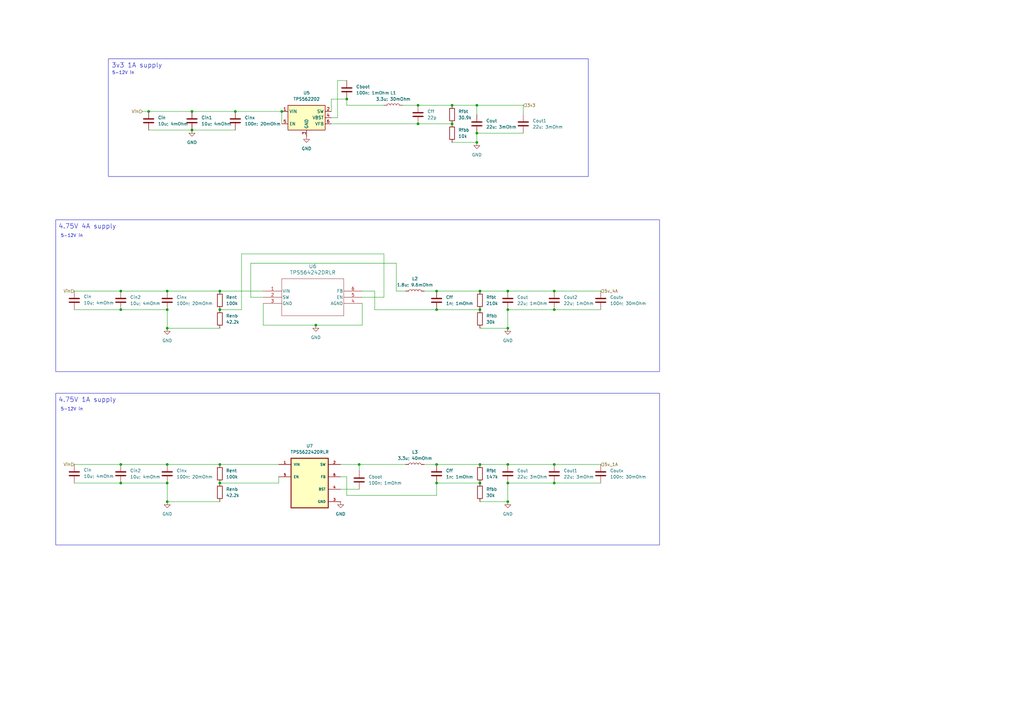
<source format=kicad_sch>
(kicad_sch (version 20250114) (generator "eeschema") (generator_version "9.0")
  (paper "A3")
  (lib_symbols
    (symbol "Device:C" (pin_numbers (hide yes)) (pin_names (offset 0.254))
      (property "Reference" "C" (at 0.635 2.54 0))
      (property "Value" "C" (at 0.635 -2.54 0))
      (symbol "C_0_1"
        (polyline (pts (xy -2.032 0.762) (xy 2.032 0.762)) (stroke (width 0.508)))
        (polyline (pts (xy -2.032 -0.762) (xy 2.032 -0.762)) (stroke (width 0.508)))
      )
      (symbol "C_1_1"
        (pin passive line (at 0 3.81 270) (length 2.794) (name "~") (number "1"))
        (pin passive line (at 0 -3.81 90) (length 2.794) (name "~") (number "2"))
      )
    )
    (symbol "Device:L" (pin_numbers (hide yes)) (pin_names (offset 1.016) (hide yes))
      (property "Reference" "L" (at -1.27 0 90))
      (property "Value" "L" (at 1.905 0 90))
      (symbol "L_0_1"
        (arc (start 0 2.54) (mid 0.6323 1.905) (end 0 1.27))
        (arc (start 0 1.27) (mid 0.6323 0.635) (end 0 0))
        (arc (start 0 0) (mid 0.6323 -0.635) (end 0 -1.27))
        (arc (start 0 -1.27) (mid 0.6323 -1.905) (end 0 -2.54))
      )
      (symbol "L_1_1"
        (pin passive line (at 0 3.81 270) (length 1.27) (name "1") (number "1"))
        (pin passive line (at 0 -3.81 90) (length 1.27) (name "2") (number "2"))
      )
    )
    (symbol "Device:R" (pin_numbers (hide yes)) (pin_names (offset 0))
      (property "Reference" "R" (at 2.032 0 90))
      (property "Value" "R" (at 0 0 90))
      (symbol "R_0_1"
        (rectangle (start -1.016 -2.54) (end 1.016 2.54) (stroke (width 0.254)))
      )
      (symbol "R_1_1"
        (pin passive line (at 0 3.81 270) (length 1.27) (name "~") (number "1"))
        (pin passive line (at 0 -3.81 90) (length 1.27) (name "~") (number "2"))
      )
    )
    (symbol "Regulator_Switching:TPS562202"
      (property "Reference" "U" (at -7.62 6.35 0))
      (property "Value" "TPS562202" (at -2.54 6.35 0))
      (symbol "TPS562202_0_1"
        (rectangle (start -7.62 5.08) (end 7.62 -5.08) (stroke (width 0.254)) (fill (type background)))
      )
      (symbol "TPS562202_1_1"
        (pin power_in line (at -10.16 2.54 0) (length 2.54) (name "VIN") (number "1"))
        (pin input line (at -10.16 -2.54 0) (length 2.54) (name "EN") (number "5"))
        (pin power_in line (at 0 -7.62 90) (length 2.54) (name "GND") (number "3"))
        (pin output line (at 10.16 2.54 180) (length 2.54) (name "SW") (number "2"))
        (pin passive line (at 10.16 0 180) (length 2.54) (name "VBST") (number "4"))
        (pin input line (at 10.16 -2.54 180) (length 2.54) (name "VFB") (number "6"))
      )
    )
    (symbol "TPS562242DRLR:TPS562242DRLR" (pin_names (offset 1.016))
      (property "Reference" "U" (at -7.62 11.16 0))
      (property "Value" "TPS562242DRLR" (at -7.62 -14.16 0))
      (symbol "TPS562242DRLR_0_0"
        (rectangle (start -7.62 -10.16) (end 7.62 10.16) (stroke (width 0.41)) (fill (type background)))
        (pin power_in line (at -12.7 7.62 0) (length 5.08) (name "VIN") (number "1"))
        (pin input line (at -12.7 2.54 0) (length 5.08) (name "EN") (number "5"))
        (pin power_in line (at 12.7 7.62 180) (length 5.08) (name "SW") (number "2"))
        (pin passive line (at 12.7 2.54 180) (length 5.08) (name "FB") (number "6"))
        (pin passive line (at 12.7 -2.54 180) (length 5.08) (name "BST") (number "4"))
        (pin power_in line (at 12.7 -7.62 180) (length 5.08) (name "GND") (number "3"))
      )
    )
    (symbol "TPS564242DRLR:TPS564242DRLR" (pin_names (offset 0.254))
      (property "Reference" "U" (at 20.32 10.16 0))
      (property "Value" "TPS564242DRLR" (at 20.32 7.62 0))
      (symbol "TPS564242DRLR_0_1"
        (polyline (pts (xy 7.62 5.08) (xy 7.62 -10.16)) (stroke (width 0.127)))
        (polyline (pts (xy 7.62 -10.16) (xy 33.02 -10.16)) (stroke (width 0.127)))
        (polyline (pts (xy 33.02 5.08) (xy 7.62 5.08)) (stroke (width 0.127)))
        (polyline (pts (xy 33.02 -10.16) (xy 33.02 5.08)) (stroke (width 0.127)))
        (pin power_in line (at 0 0 0) (length 7.62) (name "VIN") (number "1"))
        (pin output line (at 0 -2.54 0) (length 7.62) (name "SW") (number "2"))
        (pin power_out line (at 0 -5.08 0) (length 7.62) (name "GND") (number "3"))
        (pin input line (at 40.64 0 180) (length 7.62) (name "FB") (number "6"))
        (pin input line (at 40.64 -2.54 180) (length 7.62) (name "EN") (number "5"))
        (pin power_out line (at 40.64 -5.08 180) (length 7.62) (name "AGND") (number "4"))
      )
    )
    (symbol "power:GND" (power) (pin_numbers (hide yes)) (pin_names (offset 0) (hide yes))
      (property "Value" "GND" (at 0 -3.81 0))
      (symbol "GND_0_1"
        (polyline (pts (xy 0 0) (xy 0 -1.27) (xy 1.27 -1.27) (xy 0 -2.54) (xy -1.27 -1.27) (xy 0 -1.27)))
      )
      (symbol "GND_1_1"
        (pin power_in line (at 0 0 270) (length 0) (name "~") (number "1"))
      )
    )
  )
  (rectangle (start 22.86 90.17) (end 270.51 152.4))
  (rectangle (start 44.45 24.13) (end 241.3 72.39))
  (rectangle (start 22.86 161.29) (end 270.51 223.52))
  (text "5-12V in" (at 50.546 29.972 0) (effects (font (size 1.27 1.27))))
  (text "5-12V in" (at 29.464 167.894 0) (effects (font (size 1.27 1.27))))
  (text "4.75V 4A supply\n" (at 35.814 92.964 0) (effects (font (size 1.905 1.905))))
  (text "4.75V 1A supply\n" (at 35.814 164.084 0) (effects (font (size 1.905 1.905))))
  (text "3v3 1A supply" (at 56.134 26.924 0) (effects (font (size 1.905 1.905))))
  (text "5-12V in" (at 29.464 96.774 0) (effects (font (size 1.27 1.27))))
  (junction (at 208.28 127))
  (junction (at 195.58 54.61))
  (junction (at 78.74 53.34))
  (junction (at 68.58 205.74))
  (junction (at 208.28 119.38))
  (junction (at 49.53 198.12))
  (junction (at 195.58 58.42))
  (junction (at 96.52 45.72))
  (junction (at 115.57 45.72))
  (junction (at 78.74 45.72))
  (junction (at 90.17 127))
  (junction (at 227.33 198.12))
  (junction (at 227.33 119.38))
  (junction (at 68.58 190.5))
  (junction (at 196.85 198.12))
  (junction (at 90.17 190.5))
  (junction (at 49.53 119.38))
  (junction (at 171.45 43.18))
  (junction (at 185.42 50.8))
  (junction (at 68.58 127))
  (junction (at 68.58 119.38))
  (junction (at 227.33 127))
  (junction (at 90.17 119.38))
  (junction (at 49.53 190.5))
  (junction (at 171.45 50.8))
  (junction (at 142.24 40.64))
  (junction (at 208.28 134.62))
  (junction (at 68.58 198.12))
  (junction (at 227.33 190.5))
  (junction (at 179.07 198.12))
  (junction (at 196.85 127))
  (junction (at 129.54 133.35))
  (junction (at 90.17 198.12))
  (junction (at 68.58 134.62))
  (junction (at 185.42 43.18))
  (junction (at 208.28 205.74))
  (junction (at 196.85 190.5))
  (junction (at 60.96 45.72))
  (junction (at 179.07 119.38))
  (junction (at 208.28 190.5))
  (junction (at 179.07 127))
  (junction (at 195.58 43.18))
  (junction (at 208.28 198.12))
  (junction (at 147.32 190.5))
  (junction (at 49.53 127))
  (junction (at 179.07 190.5))
  (junction (at 196.85 119.38))
  (wire (pts (xy 139.7 190.5) (xy 147.32 190.5)))
  (wire (pts (xy 196.85 134.62) (xy 208.28 134.62)))
  (wire (pts (xy 153.67 127) (xy 179.07 127)))
  (wire (pts (xy 195.58 46.99) (xy 195.58 43.18)))
  (wire (pts (xy 58.42 45.72) (xy 60.96 45.72)))
  (wire (pts (xy 49.53 119.38) (xy 68.58 119.38)))
  (wire (pts (xy 179.07 119.38) (xy 196.85 119.38)))
  (wire (pts (xy 171.45 50.8) (xy 185.42 50.8)))
  (wire (pts (xy 148.59 119.38) (xy 153.67 119.38)))
  (wire (pts (xy 68.58 134.62) (xy 68.58 127)))
  (wire (pts (xy 115.57 45.72) (xy 115.57 50.8)))
  (wire (pts (xy 227.33 127) (xy 246.38 127)))
  (wire (pts (xy 157.48 121.92) (xy 157.48 104.14)))
  (wire (pts (xy 90.17 205.74) (xy 68.58 205.74)))
  (wire (pts (xy 68.58 190.5) (xy 90.17 190.5)))
  (wire (pts (xy 227.33 190.5) (xy 246.38 190.5)))
  (wire (pts (xy 196.85 205.74) (xy 208.28 205.74)))
  (wire (pts (xy 60.96 53.34) (xy 78.74 53.34)))
  (wire (pts (xy 227.33 119.38) (xy 246.38 119.38)))
  (wire (pts (xy 195.58 54.61) (xy 195.58 58.42)))
  (wire (pts (xy 30.48 127) (xy 49.53 127)))
  (wire (pts (xy 102.87 107.95) (xy 162.56 107.95)))
  (wire (pts (xy 135.89 45.72) (xy 135.89 40.64)))
  (wire (pts (xy 173.99 190.5) (xy 179.07 190.5)))
  (wire (pts (xy 208.28 119.38) (xy 227.33 119.38)))
  (wire (pts (xy 208.28 190.5) (xy 227.33 190.5)))
  (wire (pts (xy 129.54 133.35) (xy 148.59 133.35)))
  (wire (pts (xy 30.48 190.5) (xy 49.53 190.5)))
  (wire (pts (xy 135.89 48.26) (xy 138.43 48.26)))
  (wire (pts (xy 179.07 190.5) (xy 196.85 190.5)))
  (wire (pts (xy 195.58 54.61) (xy 214.63 54.61)))
  (wire (pts (xy 196.85 190.5) (xy 208.28 190.5)))
  (wire (pts (xy 107.95 124.46) (xy 107.95 133.35)))
  (wire (pts (xy 30.48 119.38) (xy 49.53 119.38)))
  (wire (pts (xy 185.42 58.42) (xy 195.58 58.42)))
  (wire (pts (xy 107.95 133.35) (xy 129.54 133.35)))
  (wire (pts (xy 142.24 40.64) (xy 142.24 43.18)))
  (wire (pts (xy 148.59 121.92) (xy 157.48 121.92)))
  (wire (pts (xy 90.17 134.62) (xy 68.58 134.62)))
  (wire (pts (xy 171.45 43.18) (xy 185.42 43.18)))
  (wire (pts (xy 195.58 43.18) (xy 214.63 43.18)))
  (wire (pts (xy 90.17 119.38) (xy 107.95 119.38)))
  (wire (pts (xy 78.74 45.72) (xy 96.52 45.72)))
  (wire (pts (xy 114.3 198.12) (xy 114.3 195.58)))
  (wire (pts (xy 179.07 127) (xy 196.85 127)))
  (wire (pts (xy 147.32 190.5) (xy 147.32 193.04)))
  (wire (pts (xy 142.24 195.58) (xy 142.24 203.2)))
  (wire (pts (xy 96.52 45.72) (xy 115.57 45.72)))
  (wire (pts (xy 157.48 43.18) (xy 142.24 43.18)))
  (wire (pts (xy 208.28 205.74) (xy 208.28 198.12)))
  (wire (pts (xy 185.42 43.18) (xy 195.58 43.18)))
  (wire (pts (xy 135.89 40.64) (xy 142.24 40.64)))
  (wire (pts (xy 99.06 127) (xy 90.17 127)))
  (wire (pts (xy 179.07 203.2) (xy 179.07 198.12)))
  (wire (pts (xy 214.63 46.99) (xy 214.63 43.18)))
  (wire (pts (xy 139.7 200.66) (xy 147.32 200.66)))
  (wire (pts (xy 49.53 127) (xy 68.58 127)))
  (wire (pts (xy 135.89 50.8) (xy 171.45 50.8)))
  (wire (pts (xy 138.43 33.02) (xy 142.24 33.02)))
  (wire (pts (xy 165.1 43.18) (xy 171.45 43.18)))
  (wire (pts (xy 49.53 198.12) (xy 68.58 198.12)))
  (wire (pts (xy 162.56 107.95) (xy 162.56 119.38)))
  (wire (pts (xy 102.87 121.92) (xy 102.87 107.95)))
  (wire (pts (xy 147.32 190.5) (xy 166.37 190.5)))
  (wire (pts (xy 138.43 48.26) (xy 138.43 33.02)))
  (wire (pts (xy 208.28 127) (xy 227.33 127)))
  (wire (pts (xy 157.48 104.14) (xy 99.06 104.14)))
  (wire (pts (xy 60.96 45.72) (xy 78.74 45.72)))
  (wire (pts (xy 208.28 198.12) (xy 227.33 198.12)))
  (wire (pts (xy 196.85 119.38) (xy 208.28 119.38)))
  (wire (pts (xy 148.59 133.35) (xy 148.59 124.46)))
  (wire (pts (xy 49.53 190.5) (xy 68.58 190.5)))
  (wire (pts (xy 78.74 53.34) (xy 96.52 53.34)))
  (wire (pts (xy 153.67 119.38) (xy 153.67 127)))
  (wire (pts (xy 99.06 104.14) (xy 99.06 127)))
  (wire (pts (xy 179.07 198.12) (xy 196.85 198.12)))
  (wire (pts (xy 107.95 121.92) (xy 102.87 121.92)))
  (wire (pts (xy 90.17 190.5) (xy 114.3 190.5)))
  (wire (pts (xy 142.24 203.2) (xy 179.07 203.2)))
  (wire (pts (xy 139.7 195.58) (xy 142.24 195.58)))
  (wire (pts (xy 68.58 205.74) (xy 68.58 198.12)))
  (wire (pts (xy 173.99 119.38) (xy 179.07 119.38)))
  (wire (pts (xy 68.58 119.38) (xy 90.17 119.38)))
  (wire (pts (xy 162.56 119.38) (xy 166.37 119.38)))
  (wire (pts (xy 208.28 134.62) (xy 208.28 127)))
  (wire (pts (xy 90.17 198.12) (xy 114.3 198.12)))
  (wire (pts (xy 227.33 198.12) (xy 246.38 198.12)))
  (wire (pts (xy 30.48 198.12) (xy 49.53 198.12)))
  (hierarchical_label "5v_4A" (shape input) (at 246.38 119.38 0))
  (hierarchical_label "Vin" (shape input) (at 58.42 45.72 180))
  (hierarchical_label "Vin" (shape input) (at 30.48 119.38 180))
  (hierarchical_label "5v_1A" (shape input) (at 246.38 190.5 0))
  (hierarchical_label "3v3" (shape input) (at 214.63 43.18 0))
  (hierarchical_label "Vin" (shape input) (at 30.48 190.5 180))
  (symbol (lib_id "Device:C") (at 208.28 123.19 0) (unit 1)
    (property "Reference" "Cout" (at 212.09 121.9199 0) (effects (justify left)))
    (property "Value" "22u; 1mOhm" (at 212.09 124.4599 0) (effects (justify left)))
    (property "Description" "Unpolarized capacitor" (effects (hide yes)))
  )
  (symbol (lib_id "Device:C") (at 68.58 123.19 0) (unit 1)
    (property "Reference" "Cinx" (at 72.39 121.9199 0) (effects (justify left)))
    (property "Value" "100n; 20mOhm" (at 72.39 124.4599 0) (effects (justify left)))
    (property "Description" "Unpolarized capacitor" (effects (hide yes)))
  )
  (symbol (lib_id "Device:C") (at 30.48 194.31 0) (unit 1)
    (property "Reference" "Cin" (at 34.29 192.786 0) (effects (justify left)))
    (property "Value" "10u; 4mOhm" (at 34.29 195.326 0) (effects (justify left)))
    (property "Description" "Unpolarized capacitor" (effects (hide yes)))
  )
  (symbol (lib_id "Device:C") (at 227.33 123.19 0) (unit 1)
    (property "Reference" "Cout2" (at 231.14 121.9199 0) (effects (justify left)))
    (property "Value" "22u; 1mOhm" (at 231.14 124.4599 0) (effects (justify left)))
    (property "Description" "Unpolarized capacitor" (effects (hide yes)))
  )
  (symbol (lib_id "Device:L") (at 170.18 190.5 90) (unit 1)
    (property "Reference" "L3" (at 170.18 185.42 90))
    (property "Value" "3.3u; 40mOhm" (at 170.18 187.96 90))
    (property "Description" "Inductor" (effects (hide yes)))
  )
  (symbol (lib_id "power:GND") (at 195.58 58.42 0) (unit 1)
    (property "Reference" "#PWR03" (effects (hide yes)))
    (property "Value" "GND" (at 195.58 63.5 0))
    (property "Description" "Power symbol creates a global label with name \"GND\" , ground" (effects (hide yes)))
  )
  (symbol (lib_id "power:GND") (at 68.58 134.62 0) (unit 1)
    (property "Reference" "#PWR010" (effects (hide yes)))
    (property "Value" "GND" (at 68.58 139.7 0))
    (property "Description" "Power symbol creates a global label with name \"GND\" , ground" (effects (hide yes)))
  )
  (symbol (lib_id "Device:C") (at 179.07 194.31 0) (unit 1)
    (property "Reference" "Cff" (at 182.88 193.0399 0) (effects (justify left)))
    (property "Value" "1n; 1mOhm" (at 182.88 195.5799 0) (effects (justify left)))
    (property "Description" "Unpolarized capacitor" (effects (hide yes)))
  )
  (symbol (lib_id "Device:C") (at 171.45 46.99 0) (unit 1)
    (property "Reference" "Cff" (at 175.26 45.7199 0) (effects (justify left)))
    (property "Value" "22p" (at 175.26 48.2599 0) (effects (justify left)))
    (property "Description" "Unpolarized capacitor" (effects (hide yes)))
  )
  (symbol (lib_id "Device:C") (at 68.58 194.31 0) (unit 1)
    (property "Reference" "Cinx" (at 72.39 193.0399 0) (effects (justify left)))
    (property "Value" "100n; 20mOhm" (at 72.39 195.5799 0) (effects (justify left)))
    (property "Description" "Unpolarized capacitor" (effects (hide yes)))
  )
  (symbol (lib_id "Device:R") (at 90.17 123.19 0) (unit 1)
    (property "Reference" "Rent" (at 92.71 121.9199 0) (effects (justify left)))
    (property "Value" "100k" (at 92.71 124.4599 0) (effects (justify left)))
    (property "Description" "Resistor" (effects (hide yes)))
  )
  (symbol (lib_id "power:GND") (at 139.7 205.74 0) (unit 1)
    (property "Reference" "#PWR06" (effects (hide yes)))
    (property "Value" "GND" (at 139.7 210.82 0))
    (property "Description" "Power symbol creates a global label with name \"GND\" , ground" (effects (hide yes)))
  )
  (symbol (lib_id "Device:C") (at 195.58 50.8 0) (unit 1)
    (property "Reference" "Cout" (at 199.39 49.5299 0) (effects (justify left)))
    (property "Value" "22u; 3mOhm" (at 199.39 52.0699 0) (effects (justify left)))
    (property "Description" "Unpolarized capacitor" (effects (hide yes)))
  )
  (symbol (lib_id "Device:C") (at 30.48 123.19 0) (unit 1)
    (property "Reference" "Cin" (at 34.29 121.666 0) (effects (justify left)))
    (property "Value" "10u; 4mOhm" (at 34.29 124.206 0) (effects (justify left)))
    (property "Description" "Unpolarized capacitor" (effects (hide yes)))
  )
  (symbol (lib_id "power:GND") (at 208.28 134.62 0) (unit 1)
    (property "Reference" "#PWR09" (effects (hide yes)))
    (property "Value" "GND" (at 208.28 139.7 0))
    (property "Description" "Power symbol creates a global label with name \"GND\" , ground" (effects (hide yes)))
  )
  (symbol (lib_id "Device:R") (at 196.85 201.93 0) (unit 1)
    (property "Reference" "Rfbb" (at 199.39 200.6599 0) (effects (justify left)))
    (property "Value" "30k" (at 199.39 203.1999 0) (effects (justify left)))
    (property "Description" "Resistor" (effects (hide yes)))
  )
  (symbol (lib_id "Device:R") (at 90.17 201.93 0) (unit 1)
    (property "Reference" "Renb" (at 92.71 200.6599 0) (effects (justify left)))
    (property "Value" "42.2k" (at 92.71 203.1999 0) (effects (justify left)))
    (property "Description" "Resistor" (effects (hide yes)))
  )
  (symbol (lib_id "Device:C") (at 142.24 36.83 0) (unit 1)
    (property "Reference" "Cboot" (at 146.05 35.5599 0) (effects (justify left)))
    (property "Value" "100n; 1mOhm" (at 146.05 38.0999 0) (effects (justify left)))
    (property "Description" "Unpolarized capacitor" (effects (hide yes)))
  )
  (symbol (lib_id "Device:C") (at 49.53 194.31 0) (unit 1)
    (property "Reference" "Cin2" (at 53.34 193.0399 0) (effects (justify left)))
    (property "Value" "10u; 4mOhm" (at 53.34 195.5799 0) (effects (justify left)))
    (property "Description" "Unpolarized capacitor" (effects (hide yes)))
  )
  (symbol (lib_id "Device:R") (at 196.85 123.19 0) (unit 1)
    (property "Reference" "Rfbt" (at 199.39 121.9199 0) (effects (justify left)))
    (property "Value" "210k" (at 199.39 124.4599 0) (effects (justify left)))
    (property "Description" "Resistor" (effects (hide yes)))
  )
  (symbol (lib_id "Device:L") (at 161.29 43.18 90) (unit 1)
    (property "Reference" "L1" (at 161.29 38.1 90))
    (property "Value" "3.3u; 30mOhm" (at 161.29 40.64 90))
    (property "Description" "Inductor" (effects (hide yes)))
  )
  (symbol (lib_id "TPS564242DRLR:TPS564242DRLR") (at 107.95 119.38 0) (unit 1)
    (property "Reference" "U6" (at 128.27 109.22 0) (effects (font (size 1.524 1.524))))
    (property "Value" "TPS564242DRLR" (at 128.27 111.76 0) (effects (font (size 1.524 1.524))))
    (property "Footprint" "TPS564242DRLR_TEX" (effects (hide yes)))
    (property "Datasheet" "TPS564242DRLR" (effects (hide yes)))
  )
  (symbol (lib_id "Device:C") (at 227.33 194.31 0) (unit 1)
    (property "Reference" "Cout1" (at 231.14 193.0399 0) (effects (justify left)))
    (property "Value" "22u; 3mOhm" (at 231.14 195.5799 0) (effects (justify left)))
    (property "Description" "Unpolarized capacitor" (effects (hide yes)))
  )
  (symbol (lib_id "Device:C") (at 179.07 123.19 0) (unit 1)
    (property "Reference" "Cff" (at 182.88 121.9199 0) (effects (justify left)))
    (property "Value" "1n; 1mOhm" (at 182.88 124.4599 0) (effects (justify left)))
    (property "Description" "Unpolarized capacitor" (effects (hide yes)))
  )
  (symbol (lib_id "Device:R") (at 90.17 194.31 0) (unit 1)
    (property "Reference" "Rent" (at 92.71 193.0399 0) (effects (justify left)))
    (property "Value" "100k" (at 92.71 195.5799 0) (effects (justify left)))
    (property "Description" "Resistor" (effects (hide yes)))
  )
  (symbol (lib_id "Device:C") (at 246.38 123.19 0) (unit 1)
    (property "Reference" "Coutx" (at 250.19 121.9199 0) (effects (justify left)))
    (property "Value" "100n; 30mOhm" (at 250.19 124.4599 0) (effects (justify left)))
    (property "Description" "Unpolarized capacitor" (effects (hide yes)))
  )
  (symbol (lib_id "Device:C") (at 60.96 49.53 0) (unit 1)
    (property "Reference" "Cin" (at 64.77 48.2599 0) (effects (justify left)))
    (property "Value" "10u; 4mOhm" (at 64.77 50.7999 0) (effects (justify left)))
    (property "Description" "Unpolarized capacitor" (effects (hide yes)))
  )
  (symbol (lib_id "power:GND") (at 208.28 205.74 0) (unit 1)
    (property "Reference" "#PWR08" (effects (hide yes)))
    (property "Value" "GND" (at 208.28 210.82 0))
    (property "Description" "Power symbol creates a global label with name \"GND\" , ground" (effects (hide yes)))
  )
  (symbol (lib_id "Device:L") (at 170.18 119.38 90) (unit 1)
    (property "Reference" "L2" (at 170.18 114.3 90))
    (property "Value" "1.8u; 9.6mOhm" (at 170.18 116.84 90))
    (property "Description" "Inductor" (effects (hide yes)))
  )
  (symbol (lib_id "Device:C") (at 208.28 194.31 0) (unit 1)
    (property "Reference" "Cout" (at 212.09 193.0399 0) (effects (justify left)))
    (property "Value" "22u; 3mOhm" (at 212.09 195.5799 0) (effects (justify left)))
    (property "Description" "Unpolarized capacitor" (effects (hide yes)))
  )
  (symbol (lib_id "Device:R") (at 90.17 130.81 0) (unit 1)
    (property "Reference" "Renb" (at 92.71 129.5399 0) (effects (justify left)))
    (property "Value" "42.2k" (at 92.71 132.0799 0) (effects (justify left)))
    (property "Description" "Resistor" (effects (hide yes)))
  )
  (symbol (lib_id "power:GND") (at 125.73 55.88 0) (unit 1)
    (property "Reference" "#PWR02" (effects (hide yes)))
    (property "Value" "GND" (at 125.73 60.96 0))
    (property "Description" "Power symbol creates a global label with name \"GND\" , ground" (effects (hide yes)))
  )
  (symbol (lib_id "Device:C") (at 246.38 194.31 0) (unit 1)
    (property "Reference" "Coutx" (at 250.19 193.0399 0) (effects (justify left)))
    (property "Value" "100n; 30mOhm" (at 250.19 195.5799 0) (effects (justify left)))
    (property "Description" "Unpolarized capacitor" (effects (hide yes)))
  )
  (symbol (lib_id "Device:C") (at 147.32 196.85 0) (unit 1)
    (property "Reference" "Cboot" (at 151.13 195.5799 0) (effects (justify left)))
    (property "Value" "100n; 1mOhm" (at 151.13 198.1199 0) (effects (justify left)))
    (property "Description" "Unpolarized capacitor" (effects (hide yes)))
  )
  (symbol (lib_id "Device:R") (at 196.85 194.31 0) (unit 1)
    (property "Reference" "Rfbt" (at 199.39 193.0399 0) (effects (justify left)))
    (property "Value" "147k" (at 199.39 195.5799 0) (effects (justify left)))
    (property "Description" "Resistor" (effects (hide yes)))
  )
  (symbol (lib_id "power:GND") (at 129.54 133.35 0) (unit 1)
    (property "Reference" "#PWR04" (effects (hide yes)))
    (property "Value" "GND" (at 129.54 138.43 0))
    (property "Description" "Power symbol creates a global label with name \"GND\" , ground" (effects (hide yes)))
  )
  (symbol (lib_id "Device:C") (at 214.63 50.8 0) (unit 1)
    (property "Reference" "Cout1" (at 218.44 49.5299 0) (effects (justify left)))
    (property "Value" "22u; 3mOhm" (at 218.44 52.0699 0) (effects (justify left)))
    (property "Description" "Unpolarized capacitor" (effects (hide yes)))
  )
  (symbol (lib_id "power:GND") (at 78.74 53.34 0) (unit 1)
    (property "Reference" "#PWR01" (effects (hide yes)))
    (property "Value" "GND" (at 78.74 58.42 0))
    (property "Description" "Power symbol creates a global label with name \"GND\" , ground" (effects (hide yes)))
  )
  (symbol (lib_id "power:GND") (at 68.58 205.74 0) (unit 1)
    (property "Reference" "#PWR07" (effects (hide yes)))
    (property "Value" "GND" (at 68.58 210.82 0))
    (property "Description" "Power symbol creates a global label with name \"GND\" , ground" (effects (hide yes)))
  )
  (symbol (lib_id "Device:R") (at 196.85 130.81 0) (unit 1)
    (property "Reference" "Rfbb" (at 199.39 129.5399 0) (effects (justify left)))
    (property "Value" "30k" (at 199.39 132.0799 0) (effects (justify left)))
    (property "Description" "Resistor" (effects (hide yes)))
  )
  (symbol (lib_id "Device:C") (at 96.52 49.53 0) (unit 1)
    (property "Reference" "Cinx" (at 100.33 48.2599 0) (effects (justify left)))
    (property "Value" "100n; 20mOhm" (at 100.33 50.7999 0) (effects (justify left)))
    (property "Description" "Unpolarized capacitor" (effects (hide yes)))
  )
  (symbol (lib_id "Device:R") (at 185.42 54.61 0) (unit 1)
    (property "Reference" "Rfbb" (at 187.96 53.3399 0) (effects (justify left)))
    (property "Value" "10k" (at 187.96 55.8799 0) (effects (justify left)))
    (property "Description" "Resistor" (effects (hide yes)))
  )
  (symbol (lib_id "Device:R") (at 185.42 46.99 0) (unit 1)
    (property "Reference" "Rfbt" (at 187.96 45.7199 0) (effects (justify left)))
    (property "Value" "30.9k" (at 187.96 48.2599 0) (effects (justify left)))
    (property "Description" "Resistor" (effects (hide yes)))
  )
  (symbol (lib_id "Device:C") (at 78.74 49.53 0) (unit 1)
    (property "Reference" "Cin1" (at 82.55 48.2599 0) (effects (justify left)))
    (property "Value" "10u; 4mOhm" (at 82.55 50.7999 0) (effects (justify left)))
    (property "Description" "Unpolarized capacitor" (effects (hide yes)))
  )
  (symbol (lib_id "Device:C") (at 49.53 123.19 0) (unit 1)
    (property "Reference" "Cin2" (at 53.34 121.9199 0) (effects (justify left)))
    (property "Value" "10u; 4mOhm" (at 53.34 124.4599 0) (effects (justify left)))
    (property "Description" "Unpolarized capacitor" (effects (hide yes)))
  )
  (symbol (lib_id "TPS562242DRLR:TPS562242DRLR") (at 127 198.12 0) (unit 1)
    (property "Reference" "U7" (at 127 182.88 0))
    (property "Value" "TPS562242DRLR" (at 127 185.42 0))
    (property "Footprint" "TPS562242DRLR:SOT50P160X60-6N" (effects (hide yes)))
    (property "PARTREV" "A" (effects (hide yes)))
    (property "STANDARD" "IPC-7351B" (effects (hide yes)))
    (property "MAXIMUM_PACKAGE_HEIGHT" "0.60mm" (effects (hide yes)))
    (property "MANUFACTURER" "Texas Instruments" (effects (hide yes)))
  )
  (symbol (lib_id "Regulator_Switching:TPS562202") (at 125.73 48.26 0) (unit 1)
    (property "Reference" "U5" (at 125.73 38.1 0))
    (property "Value" "TPS562202" (at 125.73 40.64 0))
    (property "Footprint" "Package_TO_SOT_SMD:SOT-563" (effects (hide yes)))
    (property "Datasheet" "https://www.ti.com/lit/gpn/tps562202" (effects (hide yes)))
    (property "Description" "2A Synchronous Step-Down Voltage Regulator 580kHz, adjustable output voltage, 4.5-17V Input Voltage, 0.804V-7V Output Voltage, SOT-563" (effects (hide yes)))
  )
)
</source>
